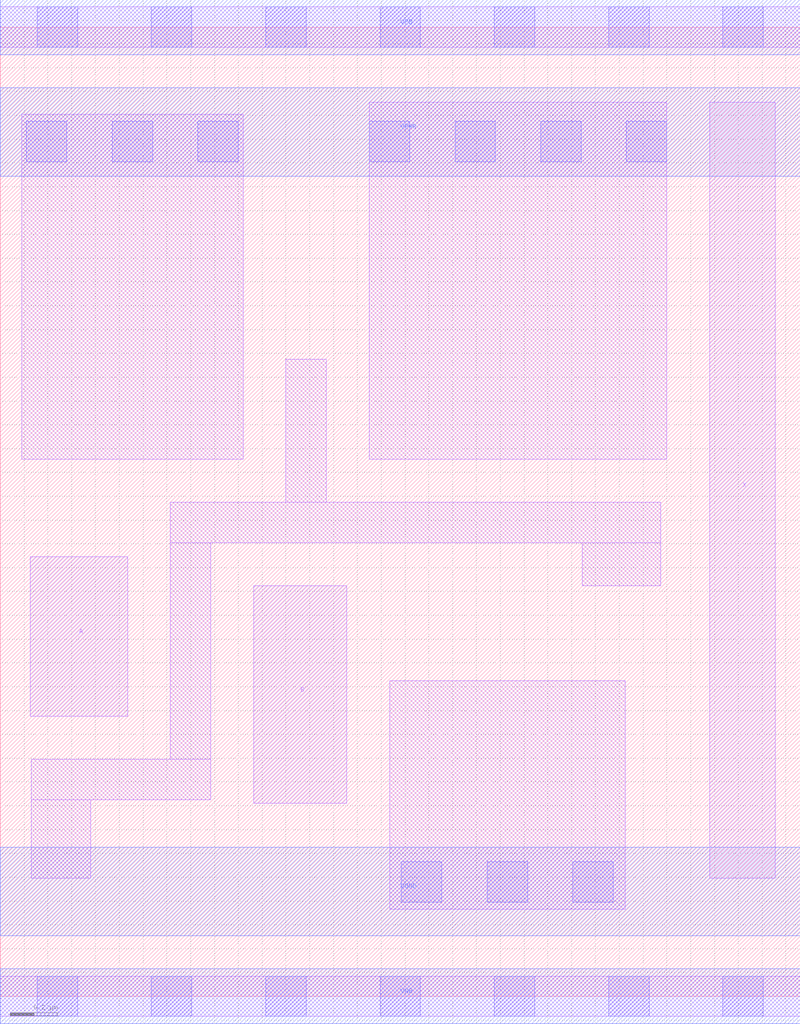
<source format=lef>
# Copyright 2020 The SkyWater PDK Authors
#
# Licensed under the Apache License, Version 2.0 (the "License");
# you may not use this file except in compliance with the License.
# You may obtain a copy of the License at
#
#     https://www.apache.org/licenses/LICENSE-2.0
#
# Unless required by applicable law or agreed to in writing, software
# distributed under the License is distributed on an "AS IS" BASIS,
# WITHOUT WARRANTIES OR CONDITIONS OF ANY KIND, either express or implied.
# See the License for the specific language governing permissions and
# limitations under the License.
#
# SPDX-License-Identifier: Apache-2.0

VERSION 5.5 ;
NAMESCASESENSITIVE ON ;
BUSBITCHARS "[]" ;
DIVIDERCHAR "/" ;
SITE unithvdbl
    SYMMETRY y  ;
    CLASS CORE  ;
    SIZE  0.480 BY 8.140 ;
END unithvdbl
MACRO sky130_fd_sc_hvl__and2_1
  CLASS CORE ;
  SOURCE USER ;
  ORIGIN  0.000000  0.000000 ;
  SIZE  3.360000 BY  4.070000 ;
  SYMMETRY X Y ;
  SITE unithv ;
  PIN A
    ANTENNAGATEAREA  0.420000 ;
    DIRECTION INPUT ;
    USE SIGNAL ;
    PORT
      LAYER li1 ;
        RECT 0.125000 1.175000 0.535000 1.845000 ;
    END
  END A
  PIN B
    ANTENNAGATEAREA  0.420000 ;
    DIRECTION INPUT ;
    USE SIGNAL ;
    PORT
      LAYER li1 ;
        RECT 1.065000 0.810000 1.455000 1.725000 ;
    END
  END B
  PIN X
    ANTENNADIFFAREA  0.626250 ;
    DIRECTION OUTPUT ;
    USE SIGNAL ;
    PORT
      LAYER li1 ;
        RECT 2.980000 0.495000 3.255000 3.755000 ;
    END
  END X
  PIN VGND
    DIRECTION INOUT ;
    USE GROUND ;
    PORT
      LAYER met1 ;
        RECT 0.000000 0.255000 3.360000 0.625000 ;
    END
  END VGND
  PIN VNB
    DIRECTION INOUT ;
    USE GROUND ;
    PORT
      LAYER met1 ;
        RECT 0.000000 -0.115000 3.360000 0.115000 ;
    END
  END VNB
  PIN VPB
    DIRECTION INOUT ;
    USE POWER ;
    PORT
      LAYER met1 ;
        RECT 0.000000 3.955000 3.360000 4.185000 ;
    END
  END VPB
  PIN VPWR
    DIRECTION INOUT ;
    USE POWER ;
    PORT
      LAYER met1 ;
        RECT 0.000000 3.445000 3.360000 3.815000 ;
    END
  END VPWR
  OBS
    LAYER li1 ;
      RECT 0.000000 -0.085000 3.360000 0.085000 ;
      RECT 0.000000  3.985000 3.360000 4.155000 ;
      RECT 0.090000  2.255000 1.020000 3.705000 ;
      RECT 0.130000  0.495000 0.380000 0.825000 ;
      RECT 0.130000  0.825000 0.885000 0.995000 ;
      RECT 0.715000  0.995000 0.885000 1.905000 ;
      RECT 0.715000  1.905000 2.775000 2.075000 ;
      RECT 1.200000  2.075000 1.370000 2.675000 ;
      RECT 1.550000  2.255000 2.800000 3.755000 ;
      RECT 1.635000  0.365000 2.625000 1.325000 ;
      RECT 2.445000  1.725000 2.775000 1.905000 ;
    LAYER mcon ;
      RECT 0.110000  3.505000 0.280000 3.675000 ;
      RECT 0.155000 -0.085000 0.325000 0.085000 ;
      RECT 0.155000 -0.085000 0.325000 0.085000 ;
      RECT 0.155000  3.985000 0.325000 4.155000 ;
      RECT 0.155000  3.985000 0.325000 4.155000 ;
      RECT 0.470000  3.505000 0.640000 3.675000 ;
      RECT 0.635000 -0.085000 0.805000 0.085000 ;
      RECT 0.635000 -0.085000 0.805000 0.085000 ;
      RECT 0.635000  3.985000 0.805000 4.155000 ;
      RECT 0.635000  3.985000 0.805000 4.155000 ;
      RECT 0.830000  3.505000 1.000000 3.675000 ;
      RECT 1.115000 -0.085000 1.285000 0.085000 ;
      RECT 1.115000 -0.085000 1.285000 0.085000 ;
      RECT 1.115000  3.985000 1.285000 4.155000 ;
      RECT 1.115000  3.985000 1.285000 4.155000 ;
      RECT 1.550000  3.505000 1.720000 3.675000 ;
      RECT 1.595000 -0.085000 1.765000 0.085000 ;
      RECT 1.595000 -0.085000 1.765000 0.085000 ;
      RECT 1.595000  3.985000 1.765000 4.155000 ;
      RECT 1.595000  3.985000 1.765000 4.155000 ;
      RECT 1.685000  0.395000 1.855000 0.565000 ;
      RECT 1.910000  3.505000 2.080000 3.675000 ;
      RECT 2.045000  0.395000 2.215000 0.565000 ;
      RECT 2.075000 -0.085000 2.245000 0.085000 ;
      RECT 2.075000 -0.085000 2.245000 0.085000 ;
      RECT 2.075000  3.985000 2.245000 4.155000 ;
      RECT 2.075000  3.985000 2.245000 4.155000 ;
      RECT 2.270000  3.505000 2.440000 3.675000 ;
      RECT 2.405000  0.395000 2.575000 0.565000 ;
      RECT 2.555000 -0.085000 2.725000 0.085000 ;
      RECT 2.555000 -0.085000 2.725000 0.085000 ;
      RECT 2.555000  3.985000 2.725000 4.155000 ;
      RECT 2.555000  3.985000 2.725000 4.155000 ;
      RECT 2.630000  3.505000 2.800000 3.675000 ;
      RECT 3.035000 -0.085000 3.205000 0.085000 ;
      RECT 3.035000 -0.085000 3.205000 0.085000 ;
      RECT 3.035000  3.985000 3.205000 4.155000 ;
      RECT 3.035000  3.985000 3.205000 4.155000 ;
  END
END sky130_fd_sc_hvl__and2_1

</source>
